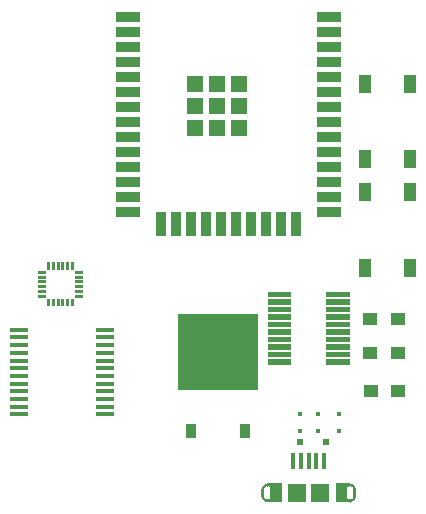
<source format=gbr>
G04 EAGLE Gerber RS-274X export*
G75*
%MOMM*%
%FSLAX34Y34*%
%LPD*%
%INSolderpaste Top*%
%IPPOS*%
%AMOC8*
5,1,8,0,0,1.08239X$1,22.5*%
G01*
%ADD10C,0.055000*%
%ADD11R,2.000000X0.900000*%
%ADD12R,0.900000X2.000000*%
%ADD13R,1.330000X1.330000*%
%ADD14R,1.500000X0.400000*%
%ADD15R,0.500000X0.500000*%
%ADD16R,0.400000X0.400000*%
%ADD17C,0.000100*%
%ADD18R,0.400000X1.350000*%
%ADD19R,1.500000X1.550000*%
%ADD20C,0.041000*%
%ADD21R,1.000000X1.600000*%
%ADD22R,1.250000X1.100000*%
%ADD23R,0.889000X1.219200*%
%ADD24R,6.731000X6.502400*%

G36*
X534465Y467936D02*
X534465Y467936D01*
X534466Y467935D01*
X535578Y468061D01*
X535579Y468061D01*
X536636Y468431D01*
X536637Y468431D01*
X537585Y469027D01*
X537585Y469028D01*
X537586Y469028D01*
X538378Y469819D01*
X538378Y469820D01*
X538974Y470768D01*
X538974Y470769D01*
X539344Y471826D01*
X539344Y471827D01*
X539345Y471830D01*
X539345Y471834D01*
X539346Y471839D01*
X539346Y471844D01*
X539348Y471858D01*
X539348Y471863D01*
X539349Y471868D01*
X539349Y471872D01*
X539350Y471872D01*
X539349Y471872D01*
X539350Y471877D01*
X539351Y471882D01*
X539352Y471896D01*
X539353Y471901D01*
X539353Y471906D01*
X539354Y471910D01*
X539354Y471915D01*
X539355Y471920D01*
X539356Y471934D01*
X539357Y471939D01*
X539358Y471944D01*
X539358Y471948D01*
X539359Y471953D01*
X539359Y471958D01*
X539361Y471972D01*
X539361Y471977D01*
X539362Y471982D01*
X539362Y471986D01*
X539363Y471991D01*
X539364Y472005D01*
X539365Y472005D01*
X539364Y472005D01*
X539365Y472010D01*
X539366Y472015D01*
X539366Y472020D01*
X539367Y472024D01*
X539367Y472029D01*
X539369Y472043D01*
X539369Y472048D01*
X539370Y472053D01*
X539370Y472058D01*
X539371Y472062D01*
X539371Y472067D01*
X539373Y472081D01*
X539374Y472086D01*
X539374Y472091D01*
X539375Y472096D01*
X539375Y472100D01*
X539376Y472105D01*
X539377Y472119D01*
X539378Y472124D01*
X539378Y472129D01*
X539379Y472134D01*
X539379Y472138D01*
X539382Y472157D01*
X539382Y472162D01*
X539383Y472167D01*
X539383Y472172D01*
X539384Y472176D01*
X539385Y472191D01*
X539386Y472195D01*
X539386Y472200D01*
X539387Y472205D01*
X539387Y472210D01*
X539388Y472210D01*
X539387Y472210D01*
X539388Y472214D01*
X539390Y472229D01*
X539390Y472233D01*
X539391Y472238D01*
X539391Y472243D01*
X539392Y472248D01*
X539392Y472252D01*
X539394Y472267D01*
X539394Y472271D01*
X539395Y472276D01*
X539396Y472281D01*
X539396Y472286D01*
X539397Y472290D01*
X539398Y472305D01*
X539399Y472309D01*
X539399Y472314D01*
X539400Y472319D01*
X539400Y472324D01*
X539402Y472343D01*
X539403Y472343D01*
X539402Y472343D01*
X539403Y472347D01*
X539404Y472352D01*
X539404Y472357D01*
X539405Y472362D01*
X539406Y472376D01*
X539407Y472381D01*
X539407Y472385D01*
X539408Y472390D01*
X539408Y472395D01*
X539409Y472400D01*
X539411Y472414D01*
X539411Y472419D01*
X539412Y472423D01*
X539412Y472428D01*
X539413Y472433D01*
X539413Y472438D01*
X539415Y472452D01*
X539415Y472457D01*
X539416Y472461D01*
X539416Y472466D01*
X539417Y472471D01*
X539417Y472476D01*
X539419Y472490D01*
X539420Y472495D01*
X539420Y472499D01*
X539421Y472504D01*
X539421Y472509D01*
X539423Y472523D01*
X539423Y472528D01*
X539424Y472533D01*
X539424Y472537D01*
X539425Y472542D01*
X539425Y472547D01*
X539426Y472547D01*
X539425Y472547D01*
X539427Y472561D01*
X539428Y472566D01*
X539428Y472571D01*
X539429Y472575D01*
X539429Y472580D01*
X539430Y472585D01*
X539431Y472599D01*
X539432Y472604D01*
X539432Y472609D01*
X539433Y472613D01*
X539434Y472618D01*
X539434Y472623D01*
X539436Y472637D01*
X539436Y472642D01*
X539437Y472647D01*
X539437Y472651D01*
X539438Y472656D01*
X539440Y472675D01*
X539440Y472680D01*
X539441Y472680D01*
X539440Y472680D01*
X539441Y472685D01*
X539442Y472689D01*
X539442Y472694D01*
X539444Y472708D01*
X539444Y472713D01*
X539445Y472718D01*
X539445Y472723D01*
X539446Y472727D01*
X539446Y472732D01*
X539448Y472746D01*
X539449Y472751D01*
X539449Y472756D01*
X539450Y472761D01*
X539450Y472765D01*
X539451Y472770D01*
X539452Y472784D01*
X539453Y472789D01*
X539453Y472794D01*
X539454Y472799D01*
X539454Y472803D01*
X539455Y472808D01*
X539457Y472822D01*
X539457Y472827D01*
X539458Y472832D01*
X539458Y472837D01*
X539459Y472841D01*
X539461Y472860D01*
X539461Y472865D01*
X539462Y472870D01*
X539462Y472875D01*
X539463Y472879D01*
X539465Y472894D01*
X539465Y472898D01*
X539466Y472903D01*
X539466Y472908D01*
X539467Y472913D01*
X539467Y472917D01*
X539469Y472932D01*
X539469Y472936D01*
X539470Y472939D01*
X539470Y472940D01*
X539470Y478440D01*
X539470Y478441D01*
X539344Y479553D01*
X539344Y479554D01*
X538974Y480611D01*
X538974Y480612D01*
X538378Y481560D01*
X538377Y481560D01*
X538378Y481561D01*
X537586Y482353D01*
X537585Y482353D01*
X536637Y482949D01*
X536636Y482949D01*
X535579Y483319D01*
X535578Y483319D01*
X534466Y483445D01*
X534465Y483445D01*
X522465Y483445D01*
X522460Y483441D01*
X522461Y483440D01*
X522460Y483440D01*
X522460Y467940D01*
X522464Y467935D01*
X522465Y467936D01*
X522465Y467935D01*
X534465Y467935D01*
X534465Y467936D01*
G37*
G36*
X476470Y467939D02*
X476470Y467939D01*
X476469Y467940D01*
X476470Y467940D01*
X476470Y483440D01*
X476466Y483445D01*
X476465Y483444D01*
X476465Y483445D01*
X464465Y483445D01*
X464464Y483445D01*
X463352Y483319D01*
X463351Y483319D01*
X462294Y482949D01*
X462293Y482949D01*
X461345Y482353D01*
X461345Y482352D01*
X461344Y482353D01*
X460553Y481561D01*
X460552Y481560D01*
X459956Y480612D01*
X459956Y480611D01*
X459586Y479554D01*
X459586Y479553D01*
X459585Y479545D01*
X459584Y479540D01*
X459584Y479535D01*
X459583Y479531D01*
X459583Y479526D01*
X459580Y479507D01*
X459580Y479502D01*
X459579Y479497D01*
X459579Y479493D01*
X459578Y479488D01*
X459577Y479474D01*
X459576Y479469D01*
X459576Y479464D01*
X459575Y479459D01*
X459575Y479455D01*
X459574Y479450D01*
X459572Y479436D01*
X459572Y479431D01*
X459571Y479426D01*
X459571Y479421D01*
X459570Y479417D01*
X459570Y479412D01*
X459568Y479398D01*
X459568Y479393D01*
X459567Y479388D01*
X459567Y479383D01*
X459566Y479379D01*
X459565Y479374D01*
X459564Y479360D01*
X459563Y479355D01*
X459563Y479350D01*
X459562Y479345D01*
X459562Y479341D01*
X459560Y479322D01*
X459559Y479317D01*
X459559Y479312D01*
X459558Y479312D01*
X459559Y479312D01*
X459558Y479307D01*
X459557Y479303D01*
X459556Y479288D01*
X459555Y479284D01*
X459555Y479279D01*
X459554Y479274D01*
X459554Y479269D01*
X459553Y479265D01*
X459552Y479250D01*
X459551Y479246D01*
X459550Y479241D01*
X459550Y479236D01*
X459549Y479231D01*
X459549Y479227D01*
X459547Y479212D01*
X459547Y479208D01*
X459546Y479203D01*
X459546Y479198D01*
X459545Y479193D01*
X459545Y479189D01*
X459543Y479174D01*
X459542Y479170D01*
X459542Y479165D01*
X459541Y479160D01*
X459541Y479155D01*
X459539Y479141D01*
X459539Y479136D01*
X459538Y479132D01*
X459538Y479127D01*
X459537Y479122D01*
X459537Y479117D01*
X459535Y479103D01*
X459534Y479098D01*
X459534Y479094D01*
X459533Y479089D01*
X459533Y479084D01*
X459532Y479079D01*
X459531Y479065D01*
X459530Y479060D01*
X459530Y479056D01*
X459529Y479051D01*
X459529Y479046D01*
X459528Y479041D01*
X459526Y479027D01*
X459526Y479022D01*
X459525Y479018D01*
X459525Y479013D01*
X459524Y479008D01*
X459522Y478989D01*
X459522Y478984D01*
X459521Y478980D01*
X459521Y478975D01*
X459520Y478975D01*
X459521Y478975D01*
X459520Y478970D01*
X459518Y478956D01*
X459518Y478951D01*
X459517Y478946D01*
X459517Y478942D01*
X459516Y478937D01*
X459516Y478932D01*
X459514Y478918D01*
X459514Y478913D01*
X459513Y478908D01*
X459512Y478904D01*
X459512Y478899D01*
X459511Y478894D01*
X459510Y478880D01*
X459509Y478875D01*
X459509Y478870D01*
X459508Y478866D01*
X459508Y478861D01*
X459507Y478856D01*
X459506Y478842D01*
X459505Y478842D01*
X459506Y478842D01*
X459505Y478837D01*
X459504Y478832D01*
X459504Y478828D01*
X459503Y478823D01*
X459501Y478804D01*
X459501Y478799D01*
X459500Y478794D01*
X459500Y478790D01*
X459499Y478785D01*
X459497Y478771D01*
X459497Y478766D01*
X459496Y478761D01*
X459496Y478756D01*
X459495Y478752D01*
X459495Y478747D01*
X459493Y478733D01*
X459493Y478728D01*
X459492Y478723D01*
X459492Y478718D01*
X459491Y478714D01*
X459491Y478709D01*
X459489Y478695D01*
X459488Y478690D01*
X459488Y478685D01*
X459487Y478680D01*
X459487Y478676D01*
X459486Y478671D01*
X459485Y478657D01*
X459484Y478652D01*
X459484Y478647D01*
X459483Y478642D01*
X459483Y478638D01*
X459482Y478638D01*
X459483Y478638D01*
X459481Y478623D01*
X459480Y478619D01*
X459480Y478614D01*
X459479Y478609D01*
X459479Y478604D01*
X459478Y478600D01*
X459477Y478585D01*
X459476Y478581D01*
X459476Y478576D01*
X459475Y478571D01*
X459474Y478566D01*
X459474Y478562D01*
X459472Y478547D01*
X459472Y478543D01*
X459471Y478538D01*
X459471Y478533D01*
X459470Y478528D01*
X459470Y478524D01*
X459468Y478509D01*
X459468Y478505D01*
X459467Y478505D01*
X459468Y478505D01*
X459467Y478500D01*
X459466Y478495D01*
X459466Y478490D01*
X459464Y478471D01*
X459463Y478467D01*
X459463Y478462D01*
X459462Y478457D01*
X459462Y478452D01*
X459460Y478441D01*
X459461Y478440D01*
X459460Y478440D01*
X459460Y472940D01*
X459461Y472940D01*
X459460Y472939D01*
X459586Y471827D01*
X459586Y471826D01*
X459956Y470769D01*
X459956Y470768D01*
X460552Y469820D01*
X460553Y469820D01*
X460553Y469819D01*
X461344Y469028D01*
X461345Y469027D01*
X462293Y468431D01*
X462294Y468431D01*
X463351Y468061D01*
X463352Y468061D01*
X464464Y467935D01*
X464465Y467936D01*
X464465Y467935D01*
X476465Y467935D01*
X476470Y467939D01*
G37*
%LPC*%
G36*
X533819Y470030D02*
X533819Y470030D01*
X533218Y470279D01*
X532701Y470676D01*
X532304Y471193D01*
X532055Y471794D01*
X531970Y472440D01*
X531970Y478940D01*
X532055Y479586D01*
X532304Y480188D01*
X532701Y480704D01*
X533218Y481101D01*
X533819Y481350D01*
X534465Y481435D01*
X535111Y481350D01*
X535713Y481101D01*
X536229Y480704D01*
X536626Y480188D01*
X536875Y479586D01*
X536960Y478940D01*
X536960Y472440D01*
X536924Y472168D01*
X536924Y472163D01*
X536923Y472159D01*
X536923Y472154D01*
X536922Y472149D01*
X536921Y472144D01*
X536921Y472140D01*
X536920Y472135D01*
X536919Y472130D01*
X536919Y472125D01*
X536918Y472121D01*
X536918Y472116D01*
X536917Y472111D01*
X536916Y472106D01*
X536916Y472102D01*
X536915Y472097D01*
X536914Y472092D01*
X536914Y472087D01*
X536913Y472083D01*
X536913Y472078D01*
X536912Y472073D01*
X536911Y472068D01*
X536911Y472064D01*
X536910Y472059D01*
X536909Y472054D01*
X536909Y472049D01*
X536908Y472045D01*
X536908Y472040D01*
X536907Y472035D01*
X536906Y472030D01*
X536906Y472026D01*
X536905Y472021D01*
X536875Y471794D01*
X536626Y471193D01*
X536229Y470676D01*
X535713Y470279D01*
X535111Y470030D01*
X534465Y469945D01*
X533819Y470030D01*
G37*
%LPD*%
%LPC*%
G36*
X463819Y470030D02*
X463819Y470030D01*
X463218Y470279D01*
X462701Y470676D01*
X462304Y471193D01*
X462055Y471794D01*
X461970Y472440D01*
X461970Y478940D01*
X461970Y478945D01*
X461971Y478945D01*
X461970Y478945D01*
X461971Y478950D01*
X461972Y478955D01*
X461972Y478959D01*
X461973Y478964D01*
X461974Y478969D01*
X461974Y478974D01*
X461975Y478978D01*
X461975Y478983D01*
X461976Y478983D01*
X461976Y478988D01*
X461977Y478993D01*
X461977Y478997D01*
X461978Y479002D01*
X462014Y479278D01*
X462015Y479282D01*
X462016Y479287D01*
X462016Y479292D01*
X462017Y479297D01*
X462017Y479301D01*
X462018Y479306D01*
X462019Y479311D01*
X462019Y479316D01*
X462020Y479320D01*
X462021Y479325D01*
X462021Y479330D01*
X462022Y479335D01*
X462022Y479339D01*
X462023Y479344D01*
X462024Y479349D01*
X462024Y479354D01*
X462025Y479358D01*
X462026Y479363D01*
X462026Y479368D01*
X462027Y479373D01*
X462027Y479377D01*
X462028Y479382D01*
X462029Y479387D01*
X462029Y479392D01*
X462030Y479396D01*
X462031Y479401D01*
X462031Y479406D01*
X462032Y479411D01*
X462032Y479415D01*
X462033Y479420D01*
X462034Y479425D01*
X462034Y479430D01*
X462055Y479586D01*
X462304Y480188D01*
X462701Y480704D01*
X463218Y481101D01*
X463819Y481350D01*
X464465Y481435D01*
X465111Y481350D01*
X465713Y481101D01*
X466229Y480704D01*
X466626Y480188D01*
X466875Y479586D01*
X466960Y478940D01*
X466960Y472440D01*
X466875Y471794D01*
X466626Y471193D01*
X466229Y470676D01*
X465713Y470279D01*
X465111Y470030D01*
X464465Y469945D01*
X463819Y470030D01*
G37*
%LPD*%
D10*
X301375Y643325D02*
X307225Y643325D01*
X307225Y641675D01*
X301375Y641675D01*
X301375Y643325D01*
X301375Y642197D02*
X307225Y642197D01*
X307225Y642719D02*
X301375Y642719D01*
X301375Y643241D02*
X307225Y643241D01*
X307225Y647325D02*
X301375Y647325D01*
X307225Y647325D02*
X307225Y645675D01*
X301375Y645675D01*
X301375Y647325D01*
X301375Y646197D02*
X307225Y646197D01*
X307225Y646719D02*
X301375Y646719D01*
X301375Y647241D02*
X307225Y647241D01*
X307225Y651325D02*
X301375Y651325D01*
X307225Y651325D02*
X307225Y649675D01*
X301375Y649675D01*
X301375Y651325D01*
X301375Y650197D02*
X307225Y650197D01*
X307225Y650719D02*
X301375Y650719D01*
X301375Y651241D02*
X307225Y651241D01*
X307225Y655325D02*
X301375Y655325D01*
X307225Y655325D02*
X307225Y653675D01*
X301375Y653675D01*
X301375Y655325D01*
X301375Y654197D02*
X307225Y654197D01*
X307225Y654719D02*
X301375Y654719D01*
X301375Y655241D02*
X307225Y655241D01*
X307225Y659325D02*
X301375Y659325D01*
X307225Y659325D02*
X307225Y657675D01*
X301375Y657675D01*
X301375Y659325D01*
X301375Y658197D02*
X307225Y658197D01*
X307225Y658719D02*
X301375Y658719D01*
X301375Y659241D02*
X307225Y659241D01*
X307225Y663325D02*
X301375Y663325D01*
X307225Y663325D02*
X307225Y661675D01*
X301375Y661675D01*
X301375Y663325D01*
X301375Y662197D02*
X307225Y662197D01*
X307225Y662719D02*
X301375Y662719D01*
X301375Y663241D02*
X307225Y663241D01*
X298025Y665025D02*
X298025Y670875D01*
X299675Y670875D01*
X299675Y665025D01*
X298025Y665025D01*
X298025Y665547D02*
X299675Y665547D01*
X299675Y666069D02*
X298025Y666069D01*
X298025Y666591D02*
X299675Y666591D01*
X299675Y667113D02*
X298025Y667113D01*
X298025Y667635D02*
X299675Y667635D01*
X299675Y668157D02*
X298025Y668157D01*
X298025Y668679D02*
X299675Y668679D01*
X299675Y669201D02*
X298025Y669201D01*
X298025Y669723D02*
X299675Y669723D01*
X299675Y670245D02*
X298025Y670245D01*
X298025Y670767D02*
X299675Y670767D01*
X294025Y670875D02*
X294025Y665025D01*
X294025Y670875D02*
X295675Y670875D01*
X295675Y665025D01*
X294025Y665025D01*
X294025Y665547D02*
X295675Y665547D01*
X295675Y666069D02*
X294025Y666069D01*
X294025Y666591D02*
X295675Y666591D01*
X295675Y667113D02*
X294025Y667113D01*
X294025Y667635D02*
X295675Y667635D01*
X295675Y668157D02*
X294025Y668157D01*
X294025Y668679D02*
X295675Y668679D01*
X295675Y669201D02*
X294025Y669201D01*
X294025Y669723D02*
X295675Y669723D01*
X295675Y670245D02*
X294025Y670245D01*
X294025Y670767D02*
X295675Y670767D01*
X290025Y670875D02*
X290025Y665025D01*
X290025Y670875D02*
X291675Y670875D01*
X291675Y665025D01*
X290025Y665025D01*
X290025Y665547D02*
X291675Y665547D01*
X291675Y666069D02*
X290025Y666069D01*
X290025Y666591D02*
X291675Y666591D01*
X291675Y667113D02*
X290025Y667113D01*
X290025Y667635D02*
X291675Y667635D01*
X291675Y668157D02*
X290025Y668157D01*
X290025Y668679D02*
X291675Y668679D01*
X291675Y669201D02*
X290025Y669201D01*
X290025Y669723D02*
X291675Y669723D01*
X291675Y670245D02*
X290025Y670245D01*
X290025Y670767D02*
X291675Y670767D01*
X286025Y670875D02*
X286025Y665025D01*
X286025Y670875D02*
X287675Y670875D01*
X287675Y665025D01*
X286025Y665025D01*
X286025Y665547D02*
X287675Y665547D01*
X287675Y666069D02*
X286025Y666069D01*
X286025Y666591D02*
X287675Y666591D01*
X287675Y667113D02*
X286025Y667113D01*
X286025Y667635D02*
X287675Y667635D01*
X287675Y668157D02*
X286025Y668157D01*
X286025Y668679D02*
X287675Y668679D01*
X287675Y669201D02*
X286025Y669201D01*
X286025Y669723D02*
X287675Y669723D01*
X287675Y670245D02*
X286025Y670245D01*
X286025Y670767D02*
X287675Y670767D01*
X282025Y670875D02*
X282025Y665025D01*
X282025Y670875D02*
X283675Y670875D01*
X283675Y665025D01*
X282025Y665025D01*
X282025Y665547D02*
X283675Y665547D01*
X283675Y666069D02*
X282025Y666069D01*
X282025Y666591D02*
X283675Y666591D01*
X283675Y667113D02*
X282025Y667113D01*
X282025Y667635D02*
X283675Y667635D01*
X283675Y668157D02*
X282025Y668157D01*
X282025Y668679D02*
X283675Y668679D01*
X283675Y669201D02*
X282025Y669201D01*
X282025Y669723D02*
X283675Y669723D01*
X283675Y670245D02*
X282025Y670245D01*
X282025Y670767D02*
X283675Y670767D01*
X278025Y670875D02*
X278025Y665025D01*
X278025Y670875D02*
X279675Y670875D01*
X279675Y665025D01*
X278025Y665025D01*
X278025Y665547D02*
X279675Y665547D01*
X279675Y666069D02*
X278025Y666069D01*
X278025Y666591D02*
X279675Y666591D01*
X279675Y667113D02*
X278025Y667113D01*
X278025Y667635D02*
X279675Y667635D01*
X279675Y668157D02*
X278025Y668157D01*
X278025Y668679D02*
X279675Y668679D01*
X279675Y669201D02*
X278025Y669201D01*
X278025Y669723D02*
X279675Y669723D01*
X279675Y670245D02*
X278025Y670245D01*
X278025Y670767D02*
X279675Y670767D01*
X276325Y661675D02*
X270475Y661675D01*
X270475Y663325D01*
X276325Y663325D01*
X276325Y661675D01*
X276325Y662197D02*
X270475Y662197D01*
X270475Y662719D02*
X276325Y662719D01*
X276325Y663241D02*
X270475Y663241D01*
X270475Y657675D02*
X276325Y657675D01*
X270475Y657675D02*
X270475Y659325D01*
X276325Y659325D01*
X276325Y657675D01*
X276325Y658197D02*
X270475Y658197D01*
X270475Y658719D02*
X276325Y658719D01*
X276325Y659241D02*
X270475Y659241D01*
X270475Y653675D02*
X276325Y653675D01*
X270475Y653675D02*
X270475Y655325D01*
X276325Y655325D01*
X276325Y653675D01*
X276325Y654197D02*
X270475Y654197D01*
X270475Y654719D02*
X276325Y654719D01*
X276325Y655241D02*
X270475Y655241D01*
X270475Y649675D02*
X276325Y649675D01*
X270475Y649675D02*
X270475Y651325D01*
X276325Y651325D01*
X276325Y649675D01*
X276325Y650197D02*
X270475Y650197D01*
X270475Y650719D02*
X276325Y650719D01*
X276325Y651241D02*
X270475Y651241D01*
X270475Y645675D02*
X276325Y645675D01*
X270475Y645675D02*
X270475Y647325D01*
X276325Y647325D01*
X276325Y645675D01*
X276325Y646197D02*
X270475Y646197D01*
X270475Y646719D02*
X276325Y646719D01*
X276325Y647241D02*
X270475Y647241D01*
X270475Y641675D02*
X276325Y641675D01*
X270475Y641675D02*
X270475Y643325D01*
X276325Y643325D01*
X276325Y641675D01*
X276325Y642197D02*
X270475Y642197D01*
X270475Y642719D02*
X276325Y642719D01*
X276325Y643241D02*
X270475Y643241D01*
X279675Y639975D02*
X279675Y634125D01*
X278025Y634125D01*
X278025Y639975D01*
X279675Y639975D01*
X279675Y634647D02*
X278025Y634647D01*
X278025Y635169D02*
X279675Y635169D01*
X279675Y635691D02*
X278025Y635691D01*
X278025Y636213D02*
X279675Y636213D01*
X279675Y636735D02*
X278025Y636735D01*
X278025Y637257D02*
X279675Y637257D01*
X279675Y637779D02*
X278025Y637779D01*
X278025Y638301D02*
X279675Y638301D01*
X279675Y638823D02*
X278025Y638823D01*
X278025Y639345D02*
X279675Y639345D01*
X279675Y639867D02*
X278025Y639867D01*
X283675Y639975D02*
X283675Y634125D01*
X282025Y634125D01*
X282025Y639975D01*
X283675Y639975D01*
X283675Y634647D02*
X282025Y634647D01*
X282025Y635169D02*
X283675Y635169D01*
X283675Y635691D02*
X282025Y635691D01*
X282025Y636213D02*
X283675Y636213D01*
X283675Y636735D02*
X282025Y636735D01*
X282025Y637257D02*
X283675Y637257D01*
X283675Y637779D02*
X282025Y637779D01*
X282025Y638301D02*
X283675Y638301D01*
X283675Y638823D02*
X282025Y638823D01*
X282025Y639345D02*
X283675Y639345D01*
X283675Y639867D02*
X282025Y639867D01*
X287675Y639975D02*
X287675Y634125D01*
X286025Y634125D01*
X286025Y639975D01*
X287675Y639975D01*
X287675Y634647D02*
X286025Y634647D01*
X286025Y635169D02*
X287675Y635169D01*
X287675Y635691D02*
X286025Y635691D01*
X286025Y636213D02*
X287675Y636213D01*
X287675Y636735D02*
X286025Y636735D01*
X286025Y637257D02*
X287675Y637257D01*
X287675Y637779D02*
X286025Y637779D01*
X286025Y638301D02*
X287675Y638301D01*
X287675Y638823D02*
X286025Y638823D01*
X286025Y639345D02*
X287675Y639345D01*
X287675Y639867D02*
X286025Y639867D01*
X291675Y639975D02*
X291675Y634125D01*
X290025Y634125D01*
X290025Y639975D01*
X291675Y639975D01*
X291675Y634647D02*
X290025Y634647D01*
X290025Y635169D02*
X291675Y635169D01*
X291675Y635691D02*
X290025Y635691D01*
X290025Y636213D02*
X291675Y636213D01*
X291675Y636735D02*
X290025Y636735D01*
X290025Y637257D02*
X291675Y637257D01*
X291675Y637779D02*
X290025Y637779D01*
X290025Y638301D02*
X291675Y638301D01*
X291675Y638823D02*
X290025Y638823D01*
X290025Y639345D02*
X291675Y639345D01*
X291675Y639867D02*
X290025Y639867D01*
X295675Y639975D02*
X295675Y634125D01*
X294025Y634125D01*
X294025Y639975D01*
X295675Y639975D01*
X295675Y634647D02*
X294025Y634647D01*
X294025Y635169D02*
X295675Y635169D01*
X295675Y635691D02*
X294025Y635691D01*
X294025Y636213D02*
X295675Y636213D01*
X295675Y636735D02*
X294025Y636735D01*
X294025Y637257D02*
X295675Y637257D01*
X295675Y637779D02*
X294025Y637779D01*
X294025Y638301D02*
X295675Y638301D01*
X295675Y638823D02*
X294025Y638823D01*
X294025Y639345D02*
X295675Y639345D01*
X295675Y639867D02*
X294025Y639867D01*
X299675Y639975D02*
X299675Y634125D01*
X298025Y634125D01*
X298025Y639975D01*
X299675Y639975D01*
X299675Y634647D02*
X298025Y634647D01*
X298025Y635169D02*
X299675Y635169D01*
X299675Y635691D02*
X298025Y635691D01*
X298025Y636213D02*
X299675Y636213D01*
X299675Y636735D02*
X298025Y636735D01*
X298025Y637257D02*
X299675Y637257D01*
X299675Y637779D02*
X298025Y637779D01*
X298025Y638301D02*
X299675Y638301D01*
X299675Y638823D02*
X298025Y638823D01*
X298025Y639345D02*
X299675Y639345D01*
X299675Y639867D02*
X298025Y639867D01*
D11*
X346800Y878100D03*
X346800Y865400D03*
X346800Y852700D03*
X346800Y840000D03*
X346800Y827300D03*
X346800Y814600D03*
X346800Y801900D03*
X346800Y789200D03*
X346800Y776500D03*
X346800Y763800D03*
X346800Y751100D03*
X346800Y738400D03*
X346800Y725700D03*
X346800Y713000D03*
D12*
X374650Y703000D03*
X387350Y703000D03*
X400050Y703000D03*
X412750Y703000D03*
X425450Y703000D03*
X438150Y703000D03*
X450850Y703000D03*
X463550Y703000D03*
X476250Y703000D03*
X488950Y703000D03*
D11*
X516800Y713000D03*
X516800Y725700D03*
X516800Y738400D03*
X516800Y751100D03*
X516800Y763800D03*
X516800Y776500D03*
X516800Y789200D03*
X516800Y801900D03*
X516800Y814600D03*
X516800Y827300D03*
X516800Y840000D03*
X516800Y852700D03*
X516800Y865400D03*
X516800Y878100D03*
D13*
X403450Y821450D03*
X421800Y821450D03*
X440150Y821450D03*
X403450Y803100D03*
X421800Y803100D03*
X440150Y803100D03*
X403450Y784750D03*
X421800Y784750D03*
X440150Y784750D03*
D14*
X326725Y542025D03*
X326725Y548525D03*
X326725Y555025D03*
X326725Y561525D03*
X326725Y568025D03*
X326725Y574525D03*
X326725Y581025D03*
X326725Y587525D03*
X326725Y594025D03*
X326725Y600525D03*
X326725Y607025D03*
X326725Y613525D03*
X254225Y600525D03*
X254225Y594025D03*
X254225Y587525D03*
X254225Y581025D03*
X254225Y574525D03*
X254225Y568025D03*
X254225Y561525D03*
X254225Y555025D03*
X254225Y548525D03*
X254225Y542025D03*
X254225Y607025D03*
X254225Y613525D03*
D15*
X513718Y518261D03*
X491718Y518261D03*
D16*
X507767Y528014D03*
X507767Y542014D03*
X491765Y528014D03*
X491765Y542014D03*
X524956Y528023D03*
X524956Y542023D03*
D17*
X464465Y483390D02*
X464465Y481690D01*
X534465Y469690D02*
X534465Y467990D01*
D18*
X486465Y502690D03*
X492965Y502690D03*
X499465Y502690D03*
X505965Y502690D03*
X512465Y502690D03*
D19*
X489465Y475690D03*
X509465Y475690D03*
D20*
X484081Y641970D02*
X464791Y641970D01*
X464791Y645660D01*
X484081Y645660D01*
X484081Y641970D01*
X484081Y642359D02*
X464791Y642359D01*
X464791Y642748D02*
X484081Y642748D01*
X484081Y643137D02*
X464791Y643137D01*
X464791Y643526D02*
X484081Y643526D01*
X484081Y643915D02*
X464791Y643915D01*
X464791Y644304D02*
X484081Y644304D01*
X484081Y644693D02*
X464791Y644693D01*
X464791Y645082D02*
X484081Y645082D01*
X484081Y645471D02*
X464791Y645471D01*
X464791Y635620D02*
X484081Y635620D01*
X464791Y635620D02*
X464791Y639310D01*
X484081Y639310D01*
X484081Y635620D01*
X484081Y636009D02*
X464791Y636009D01*
X464791Y636398D02*
X484081Y636398D01*
X484081Y636787D02*
X464791Y636787D01*
X464791Y637176D02*
X484081Y637176D01*
X484081Y637565D02*
X464791Y637565D01*
X464791Y637954D02*
X484081Y637954D01*
X484081Y638343D02*
X464791Y638343D01*
X464791Y638732D02*
X484081Y638732D01*
X484081Y639121D02*
X464791Y639121D01*
X464791Y629270D02*
X484081Y629270D01*
X464791Y629270D02*
X464791Y632960D01*
X484081Y632960D01*
X484081Y629270D01*
X484081Y629659D02*
X464791Y629659D01*
X464791Y630048D02*
X484081Y630048D01*
X484081Y630437D02*
X464791Y630437D01*
X464791Y630826D02*
X484081Y630826D01*
X484081Y631215D02*
X464791Y631215D01*
X464791Y631604D02*
X484081Y631604D01*
X484081Y631993D02*
X464791Y631993D01*
X464791Y632382D02*
X484081Y632382D01*
X484081Y632771D02*
X464791Y632771D01*
X464791Y622920D02*
X484081Y622920D01*
X464791Y622920D02*
X464791Y626610D01*
X484081Y626610D01*
X484081Y622920D01*
X484081Y623309D02*
X464791Y623309D01*
X464791Y623698D02*
X484081Y623698D01*
X484081Y624087D02*
X464791Y624087D01*
X464791Y624476D02*
X484081Y624476D01*
X484081Y624865D02*
X464791Y624865D01*
X464791Y625254D02*
X484081Y625254D01*
X484081Y625643D02*
X464791Y625643D01*
X464791Y626032D02*
X484081Y626032D01*
X484081Y626421D02*
X464791Y626421D01*
X464791Y616570D02*
X484081Y616570D01*
X464791Y616570D02*
X464791Y620260D01*
X484081Y620260D01*
X484081Y616570D01*
X484081Y616959D02*
X464791Y616959D01*
X464791Y617348D02*
X484081Y617348D01*
X484081Y617737D02*
X464791Y617737D01*
X464791Y618126D02*
X484081Y618126D01*
X484081Y618515D02*
X464791Y618515D01*
X464791Y618904D02*
X484081Y618904D01*
X484081Y619293D02*
X464791Y619293D01*
X464791Y619682D02*
X484081Y619682D01*
X484081Y620071D02*
X464791Y620071D01*
X464791Y610220D02*
X484081Y610220D01*
X464791Y610220D02*
X464791Y613910D01*
X484081Y613910D01*
X484081Y610220D01*
X484081Y610609D02*
X464791Y610609D01*
X464791Y610998D02*
X484081Y610998D01*
X484081Y611387D02*
X464791Y611387D01*
X464791Y611776D02*
X484081Y611776D01*
X484081Y612165D02*
X464791Y612165D01*
X464791Y612554D02*
X484081Y612554D01*
X484081Y612943D02*
X464791Y612943D01*
X464791Y613332D02*
X484081Y613332D01*
X484081Y613721D02*
X464791Y613721D01*
X464791Y603870D02*
X484081Y603870D01*
X464791Y603870D02*
X464791Y607560D01*
X484081Y607560D01*
X484081Y603870D01*
X484081Y604259D02*
X464791Y604259D01*
X464791Y604648D02*
X484081Y604648D01*
X484081Y605037D02*
X464791Y605037D01*
X464791Y605426D02*
X484081Y605426D01*
X484081Y605815D02*
X464791Y605815D01*
X464791Y606204D02*
X484081Y606204D01*
X484081Y606593D02*
X464791Y606593D01*
X464791Y606982D02*
X484081Y606982D01*
X484081Y607371D02*
X464791Y607371D01*
X464791Y597520D02*
X484081Y597520D01*
X464791Y597520D02*
X464791Y601210D01*
X484081Y601210D01*
X484081Y597520D01*
X484081Y597909D02*
X464791Y597909D01*
X464791Y598298D02*
X484081Y598298D01*
X484081Y598687D02*
X464791Y598687D01*
X464791Y599076D02*
X484081Y599076D01*
X484081Y599465D02*
X464791Y599465D01*
X464791Y599854D02*
X484081Y599854D01*
X484081Y600243D02*
X464791Y600243D01*
X464791Y600632D02*
X484081Y600632D01*
X484081Y601021D02*
X464791Y601021D01*
X464791Y591170D02*
X484081Y591170D01*
X464791Y591170D02*
X464791Y594860D01*
X484081Y594860D01*
X484081Y591170D01*
X484081Y591559D02*
X464791Y591559D01*
X464791Y591948D02*
X484081Y591948D01*
X484081Y592337D02*
X464791Y592337D01*
X464791Y592726D02*
X484081Y592726D01*
X484081Y593115D02*
X464791Y593115D01*
X464791Y593504D02*
X484081Y593504D01*
X484081Y593893D02*
X464791Y593893D01*
X464791Y594282D02*
X484081Y594282D01*
X484081Y594671D02*
X464791Y594671D01*
X464791Y584820D02*
X484081Y584820D01*
X464791Y584820D02*
X464791Y588510D01*
X484081Y588510D01*
X484081Y584820D01*
X484081Y585209D02*
X464791Y585209D01*
X464791Y585598D02*
X484081Y585598D01*
X484081Y585987D02*
X464791Y585987D01*
X464791Y586376D02*
X484081Y586376D01*
X484081Y586765D02*
X464791Y586765D01*
X464791Y587154D02*
X484081Y587154D01*
X484081Y587543D02*
X464791Y587543D01*
X464791Y587932D02*
X484081Y587932D01*
X484081Y588321D02*
X464791Y588321D01*
X514191Y588510D02*
X533481Y588510D01*
X533481Y584820D01*
X514191Y584820D01*
X514191Y588510D01*
X514191Y585209D02*
X533481Y585209D01*
X533481Y585598D02*
X514191Y585598D01*
X514191Y585987D02*
X533481Y585987D01*
X533481Y586376D02*
X514191Y586376D01*
X514191Y586765D02*
X533481Y586765D01*
X533481Y587154D02*
X514191Y587154D01*
X514191Y587543D02*
X533481Y587543D01*
X533481Y587932D02*
X514191Y587932D01*
X514191Y588321D02*
X533481Y588321D01*
X533481Y594860D02*
X514191Y594860D01*
X533481Y594860D02*
X533481Y591170D01*
X514191Y591170D01*
X514191Y594860D01*
X514191Y591559D02*
X533481Y591559D01*
X533481Y591948D02*
X514191Y591948D01*
X514191Y592337D02*
X533481Y592337D01*
X533481Y592726D02*
X514191Y592726D01*
X514191Y593115D02*
X533481Y593115D01*
X533481Y593504D02*
X514191Y593504D01*
X514191Y593893D02*
X533481Y593893D01*
X533481Y594282D02*
X514191Y594282D01*
X514191Y594671D02*
X533481Y594671D01*
X533481Y601210D02*
X514191Y601210D01*
X533481Y601210D02*
X533481Y597520D01*
X514191Y597520D01*
X514191Y601210D01*
X514191Y597909D02*
X533481Y597909D01*
X533481Y598298D02*
X514191Y598298D01*
X514191Y598687D02*
X533481Y598687D01*
X533481Y599076D02*
X514191Y599076D01*
X514191Y599465D02*
X533481Y599465D01*
X533481Y599854D02*
X514191Y599854D01*
X514191Y600243D02*
X533481Y600243D01*
X533481Y600632D02*
X514191Y600632D01*
X514191Y601021D02*
X533481Y601021D01*
X533481Y607560D02*
X514191Y607560D01*
X533481Y607560D02*
X533481Y603870D01*
X514191Y603870D01*
X514191Y607560D01*
X514191Y604259D02*
X533481Y604259D01*
X533481Y604648D02*
X514191Y604648D01*
X514191Y605037D02*
X533481Y605037D01*
X533481Y605426D02*
X514191Y605426D01*
X514191Y605815D02*
X533481Y605815D01*
X533481Y606204D02*
X514191Y606204D01*
X514191Y606593D02*
X533481Y606593D01*
X533481Y606982D02*
X514191Y606982D01*
X514191Y607371D02*
X533481Y607371D01*
X533481Y613910D02*
X514191Y613910D01*
X533481Y613910D02*
X533481Y610220D01*
X514191Y610220D01*
X514191Y613910D01*
X514191Y610609D02*
X533481Y610609D01*
X533481Y610998D02*
X514191Y610998D01*
X514191Y611387D02*
X533481Y611387D01*
X533481Y611776D02*
X514191Y611776D01*
X514191Y612165D02*
X533481Y612165D01*
X533481Y612554D02*
X514191Y612554D01*
X514191Y612943D02*
X533481Y612943D01*
X533481Y613332D02*
X514191Y613332D01*
X514191Y613721D02*
X533481Y613721D01*
X533481Y620260D02*
X514191Y620260D01*
X533481Y620260D02*
X533481Y616570D01*
X514191Y616570D01*
X514191Y620260D01*
X514191Y616959D02*
X533481Y616959D01*
X533481Y617348D02*
X514191Y617348D01*
X514191Y617737D02*
X533481Y617737D01*
X533481Y618126D02*
X514191Y618126D01*
X514191Y618515D02*
X533481Y618515D01*
X533481Y618904D02*
X514191Y618904D01*
X514191Y619293D02*
X533481Y619293D01*
X533481Y619682D02*
X514191Y619682D01*
X514191Y620071D02*
X533481Y620071D01*
X533481Y626610D02*
X514191Y626610D01*
X533481Y626610D02*
X533481Y622920D01*
X514191Y622920D01*
X514191Y626610D01*
X514191Y623309D02*
X533481Y623309D01*
X533481Y623698D02*
X514191Y623698D01*
X514191Y624087D02*
X533481Y624087D01*
X533481Y624476D02*
X514191Y624476D01*
X514191Y624865D02*
X533481Y624865D01*
X533481Y625254D02*
X514191Y625254D01*
X514191Y625643D02*
X533481Y625643D01*
X533481Y626032D02*
X514191Y626032D01*
X514191Y626421D02*
X533481Y626421D01*
X533481Y632960D02*
X514191Y632960D01*
X533481Y632960D02*
X533481Y629270D01*
X514191Y629270D01*
X514191Y632960D01*
X514191Y629659D02*
X533481Y629659D01*
X533481Y630048D02*
X514191Y630048D01*
X514191Y630437D02*
X533481Y630437D01*
X533481Y630826D02*
X514191Y630826D01*
X514191Y631215D02*
X533481Y631215D01*
X533481Y631604D02*
X514191Y631604D01*
X514191Y631993D02*
X533481Y631993D01*
X533481Y632382D02*
X514191Y632382D01*
X514191Y632771D02*
X533481Y632771D01*
X533481Y639310D02*
X514191Y639310D01*
X533481Y639310D02*
X533481Y635620D01*
X514191Y635620D01*
X514191Y639310D01*
X514191Y636009D02*
X533481Y636009D01*
X533481Y636398D02*
X514191Y636398D01*
X514191Y636787D02*
X533481Y636787D01*
X533481Y637176D02*
X514191Y637176D01*
X514191Y637565D02*
X533481Y637565D01*
X533481Y637954D02*
X514191Y637954D01*
X514191Y638343D02*
X533481Y638343D01*
X533481Y638732D02*
X514191Y638732D01*
X514191Y639121D02*
X533481Y639121D01*
X533481Y645660D02*
X514191Y645660D01*
X533481Y645660D02*
X533481Y641970D01*
X514191Y641970D01*
X514191Y645660D01*
X514191Y642359D02*
X533481Y642359D01*
X533481Y642748D02*
X514191Y642748D01*
X514191Y643137D02*
X533481Y643137D01*
X533481Y643526D02*
X514191Y643526D01*
X514191Y643915D02*
X533481Y643915D01*
X533481Y644304D02*
X514191Y644304D01*
X514191Y644693D02*
X533481Y644693D01*
X533481Y645082D02*
X514191Y645082D01*
X514191Y645471D02*
X533481Y645471D01*
D21*
X547420Y665865D03*
X547420Y729865D03*
X585420Y665865D03*
X585420Y729865D03*
X547420Y757940D03*
X547420Y821940D03*
X585420Y757940D03*
X585420Y821940D03*
D22*
X551800Y623010D03*
X575300Y623010D03*
X551800Y593502D03*
X575300Y593502D03*
X551954Y561542D03*
X575454Y561542D03*
D23*
X400024Y527887D03*
X445744Y527887D03*
D24*
X422884Y594435D03*
M02*

</source>
